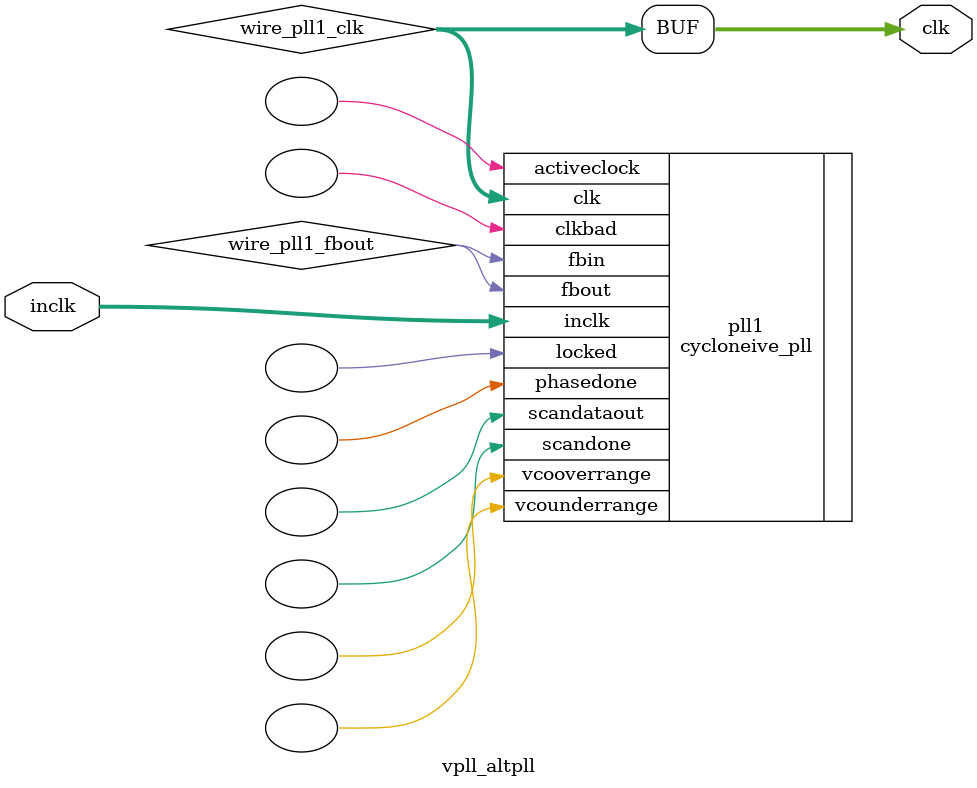
<source format=v>






//synthesis_resources = cycloneive_pll 1 
//synopsys translate_off
`timescale 1 ps / 1 ps
//synopsys translate_on
module  vpll_altpll
	( 
	clk,
	inclk) /* synthesis synthesis_clearbox=1 */;
	output   [4:0]  clk;
	input   [1:0]  inclk;
`ifndef ALTERA_RESERVED_QIS
// synopsys translate_off
`endif
	tri0   [1:0]  inclk;
`ifndef ALTERA_RESERVED_QIS
// synopsys translate_on
`endif

	wire  [4:0]   wire_pll1_clk;
	wire  wire_pll1_fbout;

	cycloneive_pll   pll1
	( 
	.activeclock(),
	.clk(wire_pll1_clk),
	.clkbad(),
	.fbin(wire_pll1_fbout),
	.fbout(wire_pll1_fbout),
	.inclk(inclk),
	.locked(),
	.phasedone(),
	.scandataout(),
	.scandone(),
	.vcooverrange(),
	.vcounderrange()
	`ifndef FORMAL_VERIFICATION
	// synopsys translate_off
	`endif
	,
	.areset(1'b0),
	.clkswitch(1'b0),
	.configupdate(1'b0),
	.pfdena(1'b1),
	.phasecounterselect({3{1'b0}}),
	.phasestep(1'b0),
	.phaseupdown(1'b0),
	.scanclk(1'b0),
	.scanclkena(1'b1),
	.scandata(1'b0)
	`ifndef FORMAL_VERIFICATION
	// synopsys translate_on
	`endif
	);
	defparam
		pll1.bandwidth_type = "auto",
		pll1.clk0_divide_by = 48,
		pll1.clk0_duty_cycle = 50,
		pll1.clk0_multiply_by = 25,
		pll1.clk0_phase_shift = "0",
		pll1.compensate_clock = "clk0",
		pll1.inclk0_input_frequency = 20833,
		pll1.operation_mode = "normal",
		pll1.pll_type = "auto",
		pll1.lpm_type = "cycloneive_pll";
	assign
		clk = {wire_pll1_clk[4:0]};
endmodule //vpll_altpll
//VALID FILE

</source>
